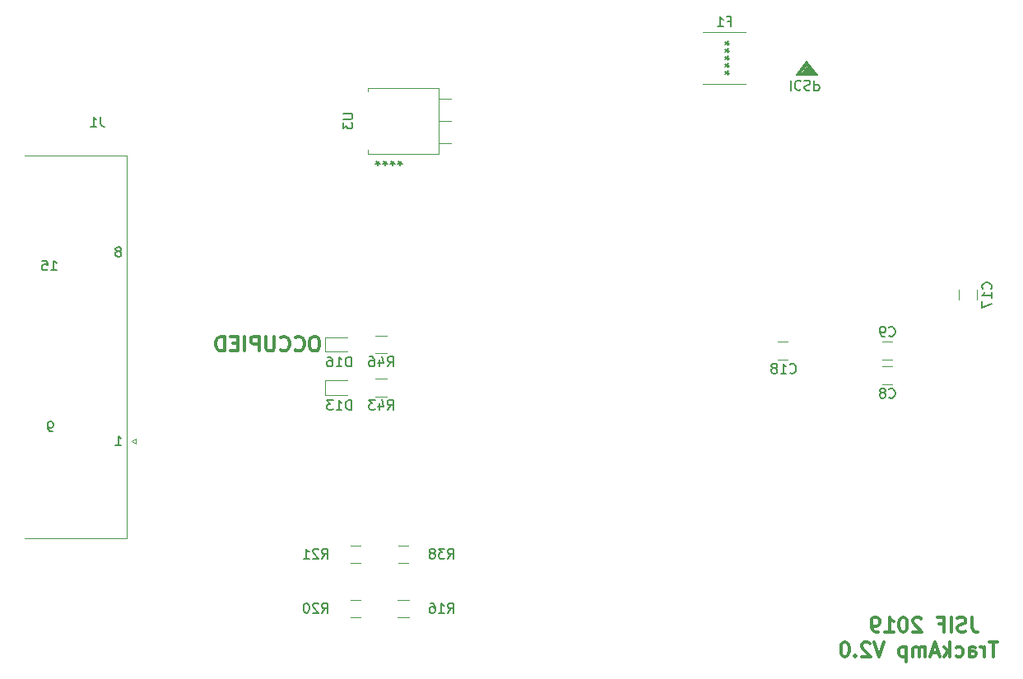
<source format=gbr>
G04 #@! TF.GenerationSoftware,KiCad,Pcbnew,(5.0.0)*
G04 #@! TF.CreationDate,2018-12-13T10:32:09+01:00*
G04 #@! TF.ProjectId,TrackAmplifier,547261636B416D706C69666965722E6B,rev?*
G04 #@! TF.SameCoordinates,Original*
G04 #@! TF.FileFunction,Legend,Bot*
G04 #@! TF.FilePolarity,Positive*
%FSLAX46Y46*%
G04 Gerber Fmt 4.6, Leading zero omitted, Abs format (unit mm)*
G04 Created by KiCad (PCBNEW (5.0.0)) date 12/13/18 10:32:09*
%MOMM*%
%LPD*%
G01*
G04 APERTURE LIST*
%ADD10C,0.200000*%
%ADD11C,0.150000*%
%ADD12C,0.300000*%
%ADD13C,0.120000*%
G04 APERTURE END LIST*
D10*
X132446102Y-56091660D02*
X132573102Y-56218660D01*
X132573102Y-56218660D02*
X132446102Y-56218660D01*
X132446102Y-55329660D02*
X131430102Y-56726660D01*
X133462102Y-56599660D02*
X132446102Y-55329660D01*
X133589102Y-56726660D02*
X133462102Y-56599660D01*
X131430102Y-56726660D02*
X133589102Y-56726660D01*
D11*
X130842911Y-57290279D02*
X130842911Y-58290279D01*
X131890530Y-57385517D02*
X131842911Y-57337898D01*
X131700054Y-57290279D01*
X131604816Y-57290279D01*
X131461959Y-57337898D01*
X131366721Y-57433136D01*
X131319102Y-57528374D01*
X131271482Y-57718850D01*
X131271482Y-57861707D01*
X131319102Y-58052183D01*
X131366721Y-58147421D01*
X131461959Y-58242660D01*
X131604816Y-58290279D01*
X131700054Y-58290279D01*
X131842911Y-58242660D01*
X131890530Y-58195040D01*
X132271482Y-57337898D02*
X132414340Y-57290279D01*
X132652435Y-57290279D01*
X132747673Y-57337898D01*
X132795292Y-57385517D01*
X132842911Y-57480755D01*
X132842911Y-57575993D01*
X132795292Y-57671231D01*
X132747673Y-57718850D01*
X132652435Y-57766469D01*
X132461959Y-57814088D01*
X132366721Y-57861707D01*
X132319102Y-57909326D01*
X132271482Y-58004564D01*
X132271482Y-58099802D01*
X132319102Y-58195040D01*
X132366721Y-58242660D01*
X132461959Y-58290279D01*
X132700054Y-58290279D01*
X132842911Y-58242660D01*
X133271482Y-57290279D02*
X133271482Y-58290279D01*
X133652435Y-58290279D01*
X133747673Y-58242660D01*
X133795292Y-58195040D01*
X133842911Y-58099802D01*
X133842911Y-57956945D01*
X133795292Y-57861707D01*
X133747673Y-57814088D01*
X133652435Y-57766469D01*
X133271482Y-57766469D01*
D10*
X131684102Y-56599660D02*
X132446102Y-55456660D01*
X132446102Y-55456660D02*
X133335102Y-56599660D01*
X133335102Y-56599660D02*
X131684102Y-56599660D01*
X131823802Y-56523460D02*
X132446102Y-55710660D01*
X132446102Y-55710660D02*
X133081102Y-56472660D01*
X132954102Y-56472660D02*
X132065102Y-56472660D01*
X132192102Y-56345660D02*
X132446102Y-55964660D01*
X132573102Y-56091660D02*
X132827102Y-56345660D01*
X132700102Y-56345660D02*
X132319102Y-56345660D01*
D11*
X61779238Y-74859452D02*
X61874476Y-74811833D01*
X61922095Y-74764214D01*
X61969714Y-74668976D01*
X61969714Y-74621357D01*
X61922095Y-74526119D01*
X61874476Y-74478500D01*
X61779238Y-74430880D01*
X61588761Y-74430880D01*
X61493523Y-74478500D01*
X61445904Y-74526119D01*
X61398285Y-74621357D01*
X61398285Y-74668976D01*
X61445904Y-74764214D01*
X61493523Y-74811833D01*
X61588761Y-74859452D01*
X61779238Y-74859452D01*
X61874476Y-74907071D01*
X61922095Y-74954690D01*
X61969714Y-75049928D01*
X61969714Y-75240404D01*
X61922095Y-75335642D01*
X61874476Y-75383261D01*
X61779238Y-75430880D01*
X61588761Y-75430880D01*
X61493523Y-75383261D01*
X61445904Y-75335642D01*
X61398285Y-75240404D01*
X61398285Y-75049928D01*
X61445904Y-74954690D01*
X61493523Y-74907071D01*
X61588761Y-74859452D01*
X54762476Y-76827880D02*
X55333904Y-76827880D01*
X55048190Y-76827880D02*
X55048190Y-75827880D01*
X55143428Y-75970738D01*
X55238666Y-76065976D01*
X55333904Y-76113595D01*
X53857714Y-75827880D02*
X54333904Y-75827880D01*
X54381523Y-76304071D01*
X54333904Y-76256452D01*
X54238666Y-76208833D01*
X54000571Y-76208833D01*
X53905333Y-76256452D01*
X53857714Y-76304071D01*
X53810095Y-76399309D01*
X53810095Y-76637404D01*
X53857714Y-76732642D01*
X53905333Y-76780261D01*
X54000571Y-76827880D01*
X54238666Y-76827880D01*
X54333904Y-76780261D01*
X54381523Y-76732642D01*
X54889476Y-93401380D02*
X54699000Y-93401380D01*
X54603761Y-93353761D01*
X54556142Y-93306142D01*
X54460904Y-93163285D01*
X54413285Y-92972809D01*
X54413285Y-92591857D01*
X54460904Y-92496619D01*
X54508523Y-92449000D01*
X54603761Y-92401380D01*
X54794238Y-92401380D01*
X54889476Y-92449000D01*
X54937095Y-92496619D01*
X54984714Y-92591857D01*
X54984714Y-92829952D01*
X54937095Y-92925190D01*
X54889476Y-92972809D01*
X54794238Y-93020428D01*
X54603761Y-93020428D01*
X54508523Y-92972809D01*
X54460904Y-92925190D01*
X54413285Y-92829952D01*
X61398285Y-94861880D02*
X61969714Y-94861880D01*
X61684000Y-94861880D02*
X61684000Y-93861880D01*
X61779238Y-94004738D01*
X61874476Y-94099976D01*
X61969714Y-94147595D01*
D12*
X82015285Y-83618571D02*
X81729571Y-83618571D01*
X81586714Y-83690000D01*
X81443857Y-83832857D01*
X81372428Y-84118571D01*
X81372428Y-84618571D01*
X81443857Y-84904285D01*
X81586714Y-85047142D01*
X81729571Y-85118571D01*
X82015285Y-85118571D01*
X82158142Y-85047142D01*
X82301000Y-84904285D01*
X82372428Y-84618571D01*
X82372428Y-84118571D01*
X82301000Y-83832857D01*
X82158142Y-83690000D01*
X82015285Y-83618571D01*
X79872428Y-84975714D02*
X79943857Y-85047142D01*
X80158142Y-85118571D01*
X80301000Y-85118571D01*
X80515285Y-85047142D01*
X80658142Y-84904285D01*
X80729571Y-84761428D01*
X80801000Y-84475714D01*
X80801000Y-84261428D01*
X80729571Y-83975714D01*
X80658142Y-83832857D01*
X80515285Y-83690000D01*
X80301000Y-83618571D01*
X80158142Y-83618571D01*
X79943857Y-83690000D01*
X79872428Y-83761428D01*
X78372428Y-84975714D02*
X78443857Y-85047142D01*
X78658142Y-85118571D01*
X78801000Y-85118571D01*
X79015285Y-85047142D01*
X79158142Y-84904285D01*
X79229571Y-84761428D01*
X79301000Y-84475714D01*
X79301000Y-84261428D01*
X79229571Y-83975714D01*
X79158142Y-83832857D01*
X79015285Y-83690000D01*
X78801000Y-83618571D01*
X78658142Y-83618571D01*
X78443857Y-83690000D01*
X78372428Y-83761428D01*
X77729571Y-83618571D02*
X77729571Y-84832857D01*
X77658142Y-84975714D01*
X77586714Y-85047142D01*
X77443857Y-85118571D01*
X77158142Y-85118571D01*
X77015285Y-85047142D01*
X76943857Y-84975714D01*
X76872428Y-84832857D01*
X76872428Y-83618571D01*
X76158142Y-85118571D02*
X76158142Y-83618571D01*
X75586714Y-83618571D01*
X75443857Y-83690000D01*
X75372428Y-83761428D01*
X75301000Y-83904285D01*
X75301000Y-84118571D01*
X75372428Y-84261428D01*
X75443857Y-84332857D01*
X75586714Y-84404285D01*
X76158142Y-84404285D01*
X74658142Y-85118571D02*
X74658142Y-83618571D01*
X73943857Y-84332857D02*
X73443857Y-84332857D01*
X73229571Y-85118571D02*
X73943857Y-85118571D01*
X73943857Y-83618571D01*
X73229571Y-83618571D01*
X72586714Y-85118571D02*
X72586714Y-83618571D01*
X72229571Y-83618571D01*
X72015285Y-83690000D01*
X71872428Y-83832857D01*
X71801000Y-83975714D01*
X71729571Y-84261428D01*
X71729571Y-84475714D01*
X71801000Y-84761428D01*
X71872428Y-84904285D01*
X72015285Y-85047142D01*
X72229571Y-85118571D01*
X72586714Y-85118571D01*
X149500000Y-112503571D02*
X149500000Y-113575000D01*
X149571428Y-113789285D01*
X149714285Y-113932142D01*
X149928571Y-114003571D01*
X150071428Y-114003571D01*
X148857142Y-113932142D02*
X148642857Y-114003571D01*
X148285714Y-114003571D01*
X148142857Y-113932142D01*
X148071428Y-113860714D01*
X148000000Y-113717857D01*
X148000000Y-113575000D01*
X148071428Y-113432142D01*
X148142857Y-113360714D01*
X148285714Y-113289285D01*
X148571428Y-113217857D01*
X148714285Y-113146428D01*
X148785714Y-113075000D01*
X148857142Y-112932142D01*
X148857142Y-112789285D01*
X148785714Y-112646428D01*
X148714285Y-112575000D01*
X148571428Y-112503571D01*
X148214285Y-112503571D01*
X148000000Y-112575000D01*
X147357142Y-114003571D02*
X147357142Y-112503571D01*
X146142857Y-113217857D02*
X146642857Y-113217857D01*
X146642857Y-114003571D02*
X146642857Y-112503571D01*
X145928571Y-112503571D01*
X144285714Y-112646428D02*
X144214285Y-112575000D01*
X144071428Y-112503571D01*
X143714285Y-112503571D01*
X143571428Y-112575000D01*
X143500000Y-112646428D01*
X143428571Y-112789285D01*
X143428571Y-112932142D01*
X143500000Y-113146428D01*
X144357142Y-114003571D01*
X143428571Y-114003571D01*
X142500000Y-112503571D02*
X142357142Y-112503571D01*
X142214285Y-112575000D01*
X142142857Y-112646428D01*
X142071428Y-112789285D01*
X142000000Y-113075000D01*
X142000000Y-113432142D01*
X142071428Y-113717857D01*
X142142857Y-113860714D01*
X142214285Y-113932142D01*
X142357142Y-114003571D01*
X142500000Y-114003571D01*
X142642857Y-113932142D01*
X142714285Y-113860714D01*
X142785714Y-113717857D01*
X142857142Y-113432142D01*
X142857142Y-113075000D01*
X142785714Y-112789285D01*
X142714285Y-112646428D01*
X142642857Y-112575000D01*
X142500000Y-112503571D01*
X140571428Y-114003571D02*
X141428571Y-114003571D01*
X141000000Y-114003571D02*
X141000000Y-112503571D01*
X141142857Y-112717857D01*
X141285714Y-112860714D01*
X141428571Y-112932142D01*
X139857142Y-114003571D02*
X139571428Y-114003571D01*
X139428571Y-113932142D01*
X139357142Y-113860714D01*
X139214285Y-113646428D01*
X139142857Y-113360714D01*
X139142857Y-112789285D01*
X139214285Y-112646428D01*
X139285714Y-112575000D01*
X139428571Y-112503571D01*
X139714285Y-112503571D01*
X139857142Y-112575000D01*
X139928571Y-112646428D01*
X140000000Y-112789285D01*
X140000000Y-113146428D01*
X139928571Y-113289285D01*
X139857142Y-113360714D01*
X139714285Y-113432142D01*
X139428571Y-113432142D01*
X139285714Y-113360714D01*
X139214285Y-113289285D01*
X139142857Y-113146428D01*
X152142857Y-115053571D02*
X151285714Y-115053571D01*
X151714285Y-116553571D02*
X151714285Y-115053571D01*
X150785714Y-116553571D02*
X150785714Y-115553571D01*
X150785714Y-115839285D02*
X150714285Y-115696428D01*
X150642857Y-115625000D01*
X150500000Y-115553571D01*
X150357142Y-115553571D01*
X149214285Y-116553571D02*
X149214285Y-115767857D01*
X149285714Y-115625000D01*
X149428571Y-115553571D01*
X149714285Y-115553571D01*
X149857142Y-115625000D01*
X149214285Y-116482142D02*
X149357142Y-116553571D01*
X149714285Y-116553571D01*
X149857142Y-116482142D01*
X149928571Y-116339285D01*
X149928571Y-116196428D01*
X149857142Y-116053571D01*
X149714285Y-115982142D01*
X149357142Y-115982142D01*
X149214285Y-115910714D01*
X147857142Y-116482142D02*
X148000000Y-116553571D01*
X148285714Y-116553571D01*
X148428571Y-116482142D01*
X148500000Y-116410714D01*
X148571428Y-116267857D01*
X148571428Y-115839285D01*
X148500000Y-115696428D01*
X148428571Y-115625000D01*
X148285714Y-115553571D01*
X148000000Y-115553571D01*
X147857142Y-115625000D01*
X147214285Y-116553571D02*
X147214285Y-115053571D01*
X147071428Y-115982142D02*
X146642857Y-116553571D01*
X146642857Y-115553571D02*
X147214285Y-116125000D01*
X146071428Y-116125000D02*
X145357142Y-116125000D01*
X146214285Y-116553571D02*
X145714285Y-115053571D01*
X145214285Y-116553571D01*
X144714285Y-116553571D02*
X144714285Y-115553571D01*
X144714285Y-115696428D02*
X144642857Y-115625000D01*
X144500000Y-115553571D01*
X144285714Y-115553571D01*
X144142857Y-115625000D01*
X144071428Y-115767857D01*
X144071428Y-116553571D01*
X144071428Y-115767857D02*
X144000000Y-115625000D01*
X143857142Y-115553571D01*
X143642857Y-115553571D01*
X143500000Y-115625000D01*
X143428571Y-115767857D01*
X143428571Y-116553571D01*
X142714285Y-115553571D02*
X142714285Y-117053571D01*
X142714285Y-115625000D02*
X142571428Y-115553571D01*
X142285714Y-115553571D01*
X142142857Y-115625000D01*
X142071428Y-115696428D01*
X142000000Y-115839285D01*
X142000000Y-116267857D01*
X142071428Y-116410714D01*
X142142857Y-116482142D01*
X142285714Y-116553571D01*
X142571428Y-116553571D01*
X142714285Y-116482142D01*
X140428571Y-115053571D02*
X139928571Y-116553571D01*
X139428571Y-115053571D01*
X139000000Y-115196428D02*
X138928571Y-115125000D01*
X138785714Y-115053571D01*
X138428571Y-115053571D01*
X138285714Y-115125000D01*
X138214285Y-115196428D01*
X138142857Y-115339285D01*
X138142857Y-115482142D01*
X138214285Y-115696428D01*
X139071428Y-116553571D01*
X138142857Y-116553571D01*
X137500000Y-116410714D02*
X137428571Y-116482142D01*
X137500000Y-116553571D01*
X137571428Y-116482142D01*
X137500000Y-116410714D01*
X137500000Y-116553571D01*
X136500000Y-115053571D02*
X136357142Y-115053571D01*
X136214285Y-115125000D01*
X136142857Y-115196428D01*
X136071428Y-115339285D01*
X136000000Y-115625000D01*
X136000000Y-115982142D01*
X136071428Y-116267857D01*
X136142857Y-116410714D01*
X136214285Y-116482142D01*
X136357142Y-116553571D01*
X136500000Y-116553571D01*
X136642857Y-116482142D01*
X136714285Y-116410714D01*
X136785714Y-116267857D01*
X136857142Y-115982142D01*
X136857142Y-115625000D01*
X136785714Y-115339285D01*
X136714285Y-115196428D01*
X136642857Y-115125000D01*
X136500000Y-115053571D01*
D11*
X124547619Y-53476190D02*
X124309523Y-53476190D01*
X124404761Y-53238095D02*
X124309523Y-53476190D01*
X124404761Y-53714285D01*
X124119047Y-53333333D02*
X124309523Y-53476190D01*
X124119047Y-53619047D01*
X124547619Y-54238095D02*
X124309523Y-54238095D01*
X124404761Y-54000000D02*
X124309523Y-54238095D01*
X124404761Y-54476190D01*
X124119047Y-54095238D02*
X124309523Y-54238095D01*
X124119047Y-54380952D01*
X124547619Y-55000000D02*
X124309523Y-55000000D01*
X124404761Y-54761904D02*
X124309523Y-55000000D01*
X124404761Y-55238095D01*
X124119047Y-54857142D02*
X124309523Y-55000000D01*
X124119047Y-55142857D01*
X124547619Y-55761904D02*
X124309523Y-55761904D01*
X124404761Y-55523809D02*
X124309523Y-55761904D01*
X124404761Y-56000000D01*
X124119047Y-55619047D02*
X124309523Y-55761904D01*
X124119047Y-55904761D01*
X124547619Y-56523809D02*
X124309523Y-56523809D01*
X124404761Y-56285714D02*
X124309523Y-56523809D01*
X124404761Y-56761904D01*
X124119047Y-56380952D02*
X124309523Y-56523809D01*
X124119047Y-56666666D01*
X90642857Y-66047619D02*
X90642857Y-65809523D01*
X90880952Y-65904761D02*
X90642857Y-65809523D01*
X90404761Y-65904761D01*
X90785714Y-65619047D02*
X90642857Y-65809523D01*
X90500000Y-65619047D01*
X89880952Y-66047619D02*
X89880952Y-65809523D01*
X90119047Y-65904761D02*
X89880952Y-65809523D01*
X89642857Y-65904761D01*
X90023809Y-65619047D02*
X89880952Y-65809523D01*
X89738095Y-65619047D01*
X89119047Y-66047619D02*
X89119047Y-65809523D01*
X89357142Y-65904761D02*
X89119047Y-65809523D01*
X88880952Y-65904761D01*
X89261904Y-65619047D02*
X89119047Y-65809523D01*
X88976190Y-65619047D01*
X88357142Y-66047619D02*
X88357142Y-65809523D01*
X88595238Y-65904761D02*
X88357142Y-65809523D01*
X88119047Y-65904761D01*
X88500000Y-65619047D02*
X88357142Y-65809523D01*
X88214285Y-65619047D01*
D13*
G04 #@! TO.C,J1*
X52080000Y-104355000D02*
X62560000Y-104355000D01*
X62560000Y-104355000D02*
X62560000Y-65035000D01*
X62560000Y-65035000D02*
X52080000Y-65035000D01*
X63454338Y-94640000D02*
X63454338Y-94140000D01*
X63454338Y-94140000D02*
X63021325Y-94390000D01*
X63021325Y-94390000D02*
X63454338Y-94640000D01*
G04 #@! TO.C,C8*
X141305000Y-86705000D02*
X140305000Y-86705000D01*
X141305000Y-88525000D02*
X140305000Y-88525000D01*
G04 #@! TO.C,C9*
X141305000Y-85985000D02*
X140305000Y-85985000D01*
X141305000Y-84165000D02*
X140305000Y-84165000D01*
G04 #@! TO.C,C17*
X149970000Y-78860000D02*
X149970000Y-79860000D01*
X148150000Y-78860000D02*
X148150000Y-79860000D01*
G04 #@! TO.C,C18*
X130510000Y-84165000D02*
X129510000Y-84165000D01*
X130510000Y-85985000D02*
X129510000Y-85985000D01*
G04 #@! TO.C,R20*
X86568000Y-110708000D02*
X85568000Y-110708000D01*
X86568000Y-112528000D02*
X85568000Y-112528000D01*
G04 #@! TO.C,R21*
X85568000Y-105120000D02*
X86568000Y-105120000D01*
X85568000Y-106940000D02*
X86568000Y-106940000D01*
G04 #@! TO.C,R38*
X90521000Y-105120000D02*
X91521000Y-105120000D01*
X90521000Y-106940000D02*
X91521000Y-106940000D01*
G04 #@! TO.C,F1*
X126244752Y-52306000D02*
X121837248Y-52306000D01*
X126244752Y-57646000D02*
X121837248Y-57646000D01*
G04 #@! TO.C,R16*
X90418936Y-110708000D02*
X91623064Y-110708000D01*
X90418936Y-112528000D02*
X91623064Y-112528000D01*
G04 #@! TO.C,R43*
X88132936Y-87975000D02*
X89337064Y-87975000D01*
X88132936Y-89795000D02*
X89337064Y-89795000D01*
G04 #@! TO.C,R46*
X88132936Y-85350000D02*
X89337064Y-85350000D01*
X88132936Y-83530000D02*
X89337064Y-83530000D01*
G04 #@! TO.C,U3*
X94610000Y-58047000D02*
X94610000Y-64867000D01*
X87370000Y-58047000D02*
X87370000Y-58456000D01*
X87370000Y-64458000D02*
X87370000Y-64867000D01*
X87370000Y-58047000D02*
X94610000Y-58047000D01*
X87370000Y-64867000D02*
X94610000Y-64867000D01*
X94610000Y-59167000D02*
X95940000Y-59167000D01*
X94610000Y-61457000D02*
X95940000Y-61457000D01*
X94610000Y-63747000D02*
X95940000Y-63747000D01*
G04 #@! TO.C,D13*
X85217000Y-89620000D02*
X82932000Y-89620000D01*
X82932000Y-89620000D02*
X82932000Y-88150000D01*
X82932000Y-88150000D02*
X85217000Y-88150000D01*
G04 #@! TO.C,D16*
X82932000Y-83705000D02*
X85217000Y-83705000D01*
X82932000Y-85175000D02*
X82932000Y-83705000D01*
X85217000Y-85175000D02*
X82932000Y-85175000D01*
G04 #@! TO.C,J1*
D11*
X59858333Y-61032380D02*
X59858333Y-61746666D01*
X59905952Y-61889523D01*
X60001190Y-61984761D01*
X60144047Y-62032380D01*
X60239285Y-62032380D01*
X58858333Y-62032380D02*
X59429761Y-62032380D01*
X59144047Y-62032380D02*
X59144047Y-61032380D01*
X59239285Y-61175238D01*
X59334523Y-61270476D01*
X59429761Y-61318095D01*
G04 #@! TO.C,C8*
X140971666Y-89877142D02*
X141019285Y-89924761D01*
X141162142Y-89972380D01*
X141257380Y-89972380D01*
X141400238Y-89924761D01*
X141495476Y-89829523D01*
X141543095Y-89734285D01*
X141590714Y-89543809D01*
X141590714Y-89400952D01*
X141543095Y-89210476D01*
X141495476Y-89115238D01*
X141400238Y-89020000D01*
X141257380Y-88972380D01*
X141162142Y-88972380D01*
X141019285Y-89020000D01*
X140971666Y-89067619D01*
X140400238Y-89400952D02*
X140495476Y-89353333D01*
X140543095Y-89305714D01*
X140590714Y-89210476D01*
X140590714Y-89162857D01*
X140543095Y-89067619D01*
X140495476Y-89020000D01*
X140400238Y-88972380D01*
X140209761Y-88972380D01*
X140114523Y-89020000D01*
X140066904Y-89067619D01*
X140019285Y-89162857D01*
X140019285Y-89210476D01*
X140066904Y-89305714D01*
X140114523Y-89353333D01*
X140209761Y-89400952D01*
X140400238Y-89400952D01*
X140495476Y-89448571D01*
X140543095Y-89496190D01*
X140590714Y-89591428D01*
X140590714Y-89781904D01*
X140543095Y-89877142D01*
X140495476Y-89924761D01*
X140400238Y-89972380D01*
X140209761Y-89972380D01*
X140114523Y-89924761D01*
X140066904Y-89877142D01*
X140019285Y-89781904D01*
X140019285Y-89591428D01*
X140066904Y-89496190D01*
X140114523Y-89448571D01*
X140209761Y-89400952D01*
G04 #@! TO.C,C9*
X140971666Y-83527142D02*
X141019285Y-83574761D01*
X141162142Y-83622380D01*
X141257380Y-83622380D01*
X141400238Y-83574761D01*
X141495476Y-83479523D01*
X141543095Y-83384285D01*
X141590714Y-83193809D01*
X141590714Y-83050952D01*
X141543095Y-82860476D01*
X141495476Y-82765238D01*
X141400238Y-82670000D01*
X141257380Y-82622380D01*
X141162142Y-82622380D01*
X141019285Y-82670000D01*
X140971666Y-82717619D01*
X140495476Y-83622380D02*
X140305000Y-83622380D01*
X140209761Y-83574761D01*
X140162142Y-83527142D01*
X140066904Y-83384285D01*
X140019285Y-83193809D01*
X140019285Y-82812857D01*
X140066904Y-82717619D01*
X140114523Y-82670000D01*
X140209761Y-82622380D01*
X140400238Y-82622380D01*
X140495476Y-82670000D01*
X140543095Y-82717619D01*
X140590714Y-82812857D01*
X140590714Y-83050952D01*
X140543095Y-83146190D01*
X140495476Y-83193809D01*
X140400238Y-83241428D01*
X140209761Y-83241428D01*
X140114523Y-83193809D01*
X140066904Y-83146190D01*
X140019285Y-83050952D01*
G04 #@! TO.C,C17*
X151449142Y-78717142D02*
X151496761Y-78669523D01*
X151544380Y-78526666D01*
X151544380Y-78431428D01*
X151496761Y-78288571D01*
X151401523Y-78193333D01*
X151306285Y-78145714D01*
X151115809Y-78098095D01*
X150972952Y-78098095D01*
X150782476Y-78145714D01*
X150687238Y-78193333D01*
X150592000Y-78288571D01*
X150544380Y-78431428D01*
X150544380Y-78526666D01*
X150592000Y-78669523D01*
X150639619Y-78717142D01*
X151544380Y-79669523D02*
X151544380Y-79098095D01*
X151544380Y-79383809D02*
X150544380Y-79383809D01*
X150687238Y-79288571D01*
X150782476Y-79193333D01*
X150830095Y-79098095D01*
X150544380Y-80002857D02*
X150544380Y-80669523D01*
X151544380Y-80240952D01*
G04 #@! TO.C,C18*
X130779857Y-87337142D02*
X130827476Y-87384761D01*
X130970333Y-87432380D01*
X131065571Y-87432380D01*
X131208428Y-87384761D01*
X131303666Y-87289523D01*
X131351285Y-87194285D01*
X131398904Y-87003809D01*
X131398904Y-86860952D01*
X131351285Y-86670476D01*
X131303666Y-86575238D01*
X131208428Y-86480000D01*
X131065571Y-86432380D01*
X130970333Y-86432380D01*
X130827476Y-86480000D01*
X130779857Y-86527619D01*
X129827476Y-87432380D02*
X130398904Y-87432380D01*
X130113190Y-87432380D02*
X130113190Y-86432380D01*
X130208428Y-86575238D01*
X130303666Y-86670476D01*
X130398904Y-86718095D01*
X129256047Y-86860952D02*
X129351285Y-86813333D01*
X129398904Y-86765714D01*
X129446523Y-86670476D01*
X129446523Y-86622857D01*
X129398904Y-86527619D01*
X129351285Y-86480000D01*
X129256047Y-86432380D01*
X129065571Y-86432380D01*
X128970333Y-86480000D01*
X128922714Y-86527619D01*
X128875095Y-86622857D01*
X128875095Y-86670476D01*
X128922714Y-86765714D01*
X128970333Y-86813333D01*
X129065571Y-86860952D01*
X129256047Y-86860952D01*
X129351285Y-86908571D01*
X129398904Y-86956190D01*
X129446523Y-87051428D01*
X129446523Y-87241904D01*
X129398904Y-87337142D01*
X129351285Y-87384761D01*
X129256047Y-87432380D01*
X129065571Y-87432380D01*
X128970333Y-87384761D01*
X128922714Y-87337142D01*
X128875095Y-87241904D01*
X128875095Y-87051428D01*
X128922714Y-86956190D01*
X128970333Y-86908571D01*
X129065571Y-86860952D01*
G04 #@! TO.C,R20*
X82646857Y-112070380D02*
X82980190Y-111594190D01*
X83218285Y-112070380D02*
X83218285Y-111070380D01*
X82837333Y-111070380D01*
X82742095Y-111118000D01*
X82694476Y-111165619D01*
X82646857Y-111260857D01*
X82646857Y-111403714D01*
X82694476Y-111498952D01*
X82742095Y-111546571D01*
X82837333Y-111594190D01*
X83218285Y-111594190D01*
X82265904Y-111165619D02*
X82218285Y-111118000D01*
X82123047Y-111070380D01*
X81884952Y-111070380D01*
X81789714Y-111118000D01*
X81742095Y-111165619D01*
X81694476Y-111260857D01*
X81694476Y-111356095D01*
X81742095Y-111498952D01*
X82313523Y-112070380D01*
X81694476Y-112070380D01*
X81075428Y-111070380D02*
X80980190Y-111070380D01*
X80884952Y-111118000D01*
X80837333Y-111165619D01*
X80789714Y-111260857D01*
X80742095Y-111451333D01*
X80742095Y-111689428D01*
X80789714Y-111879904D01*
X80837333Y-111975142D01*
X80884952Y-112022761D01*
X80980190Y-112070380D01*
X81075428Y-112070380D01*
X81170666Y-112022761D01*
X81218285Y-111975142D01*
X81265904Y-111879904D01*
X81313523Y-111689428D01*
X81313523Y-111451333D01*
X81265904Y-111260857D01*
X81218285Y-111165619D01*
X81170666Y-111118000D01*
X81075428Y-111070380D01*
G04 #@! TO.C,R21*
X82646857Y-106482380D02*
X82980190Y-106006190D01*
X83218285Y-106482380D02*
X83218285Y-105482380D01*
X82837333Y-105482380D01*
X82742095Y-105530000D01*
X82694476Y-105577619D01*
X82646857Y-105672857D01*
X82646857Y-105815714D01*
X82694476Y-105910952D01*
X82742095Y-105958571D01*
X82837333Y-106006190D01*
X83218285Y-106006190D01*
X82265904Y-105577619D02*
X82218285Y-105530000D01*
X82123047Y-105482380D01*
X81884952Y-105482380D01*
X81789714Y-105530000D01*
X81742095Y-105577619D01*
X81694476Y-105672857D01*
X81694476Y-105768095D01*
X81742095Y-105910952D01*
X82313523Y-106482380D01*
X81694476Y-106482380D01*
X80742095Y-106482380D02*
X81313523Y-106482380D01*
X81027809Y-106482380D02*
X81027809Y-105482380D01*
X81123047Y-105625238D01*
X81218285Y-105720476D01*
X81313523Y-105768095D01*
G04 #@! TO.C,R38*
X95600857Y-106482380D02*
X95934190Y-106006190D01*
X96172285Y-106482380D02*
X96172285Y-105482380D01*
X95791333Y-105482380D01*
X95696095Y-105530000D01*
X95648476Y-105577619D01*
X95600857Y-105672857D01*
X95600857Y-105815714D01*
X95648476Y-105910952D01*
X95696095Y-105958571D01*
X95791333Y-106006190D01*
X96172285Y-106006190D01*
X95267523Y-105482380D02*
X94648476Y-105482380D01*
X94981809Y-105863333D01*
X94838952Y-105863333D01*
X94743714Y-105910952D01*
X94696095Y-105958571D01*
X94648476Y-106053809D01*
X94648476Y-106291904D01*
X94696095Y-106387142D01*
X94743714Y-106434761D01*
X94838952Y-106482380D01*
X95124666Y-106482380D01*
X95219904Y-106434761D01*
X95267523Y-106387142D01*
X94077047Y-105910952D02*
X94172285Y-105863333D01*
X94219904Y-105815714D01*
X94267523Y-105720476D01*
X94267523Y-105672857D01*
X94219904Y-105577619D01*
X94172285Y-105530000D01*
X94077047Y-105482380D01*
X93886571Y-105482380D01*
X93791333Y-105530000D01*
X93743714Y-105577619D01*
X93696095Y-105672857D01*
X93696095Y-105720476D01*
X93743714Y-105815714D01*
X93791333Y-105863333D01*
X93886571Y-105910952D01*
X94077047Y-105910952D01*
X94172285Y-105958571D01*
X94219904Y-106006190D01*
X94267523Y-106101428D01*
X94267523Y-106291904D01*
X94219904Y-106387142D01*
X94172285Y-106434761D01*
X94077047Y-106482380D01*
X93886571Y-106482380D01*
X93791333Y-106434761D01*
X93743714Y-106387142D01*
X93696095Y-106291904D01*
X93696095Y-106101428D01*
X93743714Y-106006190D01*
X93791333Y-105958571D01*
X93886571Y-105910952D01*
G04 #@! TO.C,F1*
X124374333Y-51224571D02*
X124707666Y-51224571D01*
X124707666Y-51748380D02*
X124707666Y-50748380D01*
X124231476Y-50748380D01*
X123326714Y-51748380D02*
X123898142Y-51748380D01*
X123612428Y-51748380D02*
X123612428Y-50748380D01*
X123707666Y-50891238D01*
X123802904Y-50986476D01*
X123898142Y-51034095D01*
G04 #@! TO.C,R16*
X95600857Y-112070380D02*
X95934190Y-111594190D01*
X96172285Y-112070380D02*
X96172285Y-111070380D01*
X95791333Y-111070380D01*
X95696095Y-111118000D01*
X95648476Y-111165619D01*
X95600857Y-111260857D01*
X95600857Y-111403714D01*
X95648476Y-111498952D01*
X95696095Y-111546571D01*
X95791333Y-111594190D01*
X96172285Y-111594190D01*
X94648476Y-112070380D02*
X95219904Y-112070380D01*
X94934190Y-112070380D02*
X94934190Y-111070380D01*
X95029428Y-111213238D01*
X95124666Y-111308476D01*
X95219904Y-111356095D01*
X93791333Y-111070380D02*
X93981809Y-111070380D01*
X94077047Y-111118000D01*
X94124666Y-111165619D01*
X94219904Y-111308476D01*
X94267523Y-111498952D01*
X94267523Y-111879904D01*
X94219904Y-111975142D01*
X94172285Y-112022761D01*
X94077047Y-112070380D01*
X93886571Y-112070380D01*
X93791333Y-112022761D01*
X93743714Y-111975142D01*
X93696095Y-111879904D01*
X93696095Y-111641809D01*
X93743714Y-111546571D01*
X93791333Y-111498952D01*
X93886571Y-111451333D01*
X94077047Y-111451333D01*
X94172285Y-111498952D01*
X94219904Y-111546571D01*
X94267523Y-111641809D01*
G04 #@! TO.C,R43*
X89377857Y-91157380D02*
X89711190Y-90681190D01*
X89949285Y-91157380D02*
X89949285Y-90157380D01*
X89568333Y-90157380D01*
X89473095Y-90205000D01*
X89425476Y-90252619D01*
X89377857Y-90347857D01*
X89377857Y-90490714D01*
X89425476Y-90585952D01*
X89473095Y-90633571D01*
X89568333Y-90681190D01*
X89949285Y-90681190D01*
X88520714Y-90490714D02*
X88520714Y-91157380D01*
X88758809Y-90109761D02*
X88996904Y-90824047D01*
X88377857Y-90824047D01*
X88092142Y-90157380D02*
X87473095Y-90157380D01*
X87806428Y-90538333D01*
X87663571Y-90538333D01*
X87568333Y-90585952D01*
X87520714Y-90633571D01*
X87473095Y-90728809D01*
X87473095Y-90966904D01*
X87520714Y-91062142D01*
X87568333Y-91109761D01*
X87663571Y-91157380D01*
X87949285Y-91157380D01*
X88044523Y-91109761D01*
X88092142Y-91062142D01*
G04 #@! TO.C,R46*
X89377857Y-86712380D02*
X89711190Y-86236190D01*
X89949285Y-86712380D02*
X89949285Y-85712380D01*
X89568333Y-85712380D01*
X89473095Y-85760000D01*
X89425476Y-85807619D01*
X89377857Y-85902857D01*
X89377857Y-86045714D01*
X89425476Y-86140952D01*
X89473095Y-86188571D01*
X89568333Y-86236190D01*
X89949285Y-86236190D01*
X88520714Y-86045714D02*
X88520714Y-86712380D01*
X88758809Y-85664761D02*
X88996904Y-86379047D01*
X88377857Y-86379047D01*
X87568333Y-85712380D02*
X87758809Y-85712380D01*
X87854047Y-85760000D01*
X87901666Y-85807619D01*
X87996904Y-85950476D01*
X88044523Y-86140952D01*
X88044523Y-86521904D01*
X87996904Y-86617142D01*
X87949285Y-86664761D01*
X87854047Y-86712380D01*
X87663571Y-86712380D01*
X87568333Y-86664761D01*
X87520714Y-86617142D01*
X87473095Y-86521904D01*
X87473095Y-86283809D01*
X87520714Y-86188571D01*
X87568333Y-86140952D01*
X87663571Y-86093333D01*
X87854047Y-86093333D01*
X87949285Y-86140952D01*
X87996904Y-86188571D01*
X88044523Y-86283809D01*
G04 #@! TO.C,U3*
X84789047Y-60695095D02*
X85598571Y-60695095D01*
X85693809Y-60742714D01*
X85741428Y-60790333D01*
X85789047Y-60885571D01*
X85789047Y-61076047D01*
X85741428Y-61171285D01*
X85693809Y-61218904D01*
X85598571Y-61266523D01*
X84789047Y-61266523D01*
X84789047Y-61647476D02*
X84789047Y-62266523D01*
X85170000Y-61933190D01*
X85170000Y-62076047D01*
X85217619Y-62171285D01*
X85265238Y-62218904D01*
X85360476Y-62266523D01*
X85598571Y-62266523D01*
X85693809Y-62218904D01*
X85741428Y-62171285D01*
X85789047Y-62076047D01*
X85789047Y-61790333D01*
X85741428Y-61695095D01*
X85693809Y-61647476D01*
G04 #@! TO.C,D13*
X85631285Y-91178880D02*
X85631285Y-90178880D01*
X85393190Y-90178880D01*
X85250333Y-90226500D01*
X85155095Y-90321738D01*
X85107476Y-90416976D01*
X85059857Y-90607452D01*
X85059857Y-90750309D01*
X85107476Y-90940785D01*
X85155095Y-91036023D01*
X85250333Y-91131261D01*
X85393190Y-91178880D01*
X85631285Y-91178880D01*
X84107476Y-91178880D02*
X84678904Y-91178880D01*
X84393190Y-91178880D02*
X84393190Y-90178880D01*
X84488428Y-90321738D01*
X84583666Y-90416976D01*
X84678904Y-90464595D01*
X83774142Y-90178880D02*
X83155095Y-90178880D01*
X83488428Y-90559833D01*
X83345571Y-90559833D01*
X83250333Y-90607452D01*
X83202714Y-90655071D01*
X83155095Y-90750309D01*
X83155095Y-90988404D01*
X83202714Y-91083642D01*
X83250333Y-91131261D01*
X83345571Y-91178880D01*
X83631285Y-91178880D01*
X83726523Y-91131261D01*
X83774142Y-91083642D01*
G04 #@! TO.C,D16*
X85631285Y-86733880D02*
X85631285Y-85733880D01*
X85393190Y-85733880D01*
X85250333Y-85781500D01*
X85155095Y-85876738D01*
X85107476Y-85971976D01*
X85059857Y-86162452D01*
X85059857Y-86305309D01*
X85107476Y-86495785D01*
X85155095Y-86591023D01*
X85250333Y-86686261D01*
X85393190Y-86733880D01*
X85631285Y-86733880D01*
X84107476Y-86733880D02*
X84678904Y-86733880D01*
X84393190Y-86733880D02*
X84393190Y-85733880D01*
X84488428Y-85876738D01*
X84583666Y-85971976D01*
X84678904Y-86019595D01*
X83250333Y-85733880D02*
X83440809Y-85733880D01*
X83536047Y-85781500D01*
X83583666Y-85829119D01*
X83678904Y-85971976D01*
X83726523Y-86162452D01*
X83726523Y-86543404D01*
X83678904Y-86638642D01*
X83631285Y-86686261D01*
X83536047Y-86733880D01*
X83345571Y-86733880D01*
X83250333Y-86686261D01*
X83202714Y-86638642D01*
X83155095Y-86543404D01*
X83155095Y-86305309D01*
X83202714Y-86210071D01*
X83250333Y-86162452D01*
X83345571Y-86114833D01*
X83536047Y-86114833D01*
X83631285Y-86162452D01*
X83678904Y-86210071D01*
X83726523Y-86305309D01*
G04 #@! TD*
M02*

</source>
